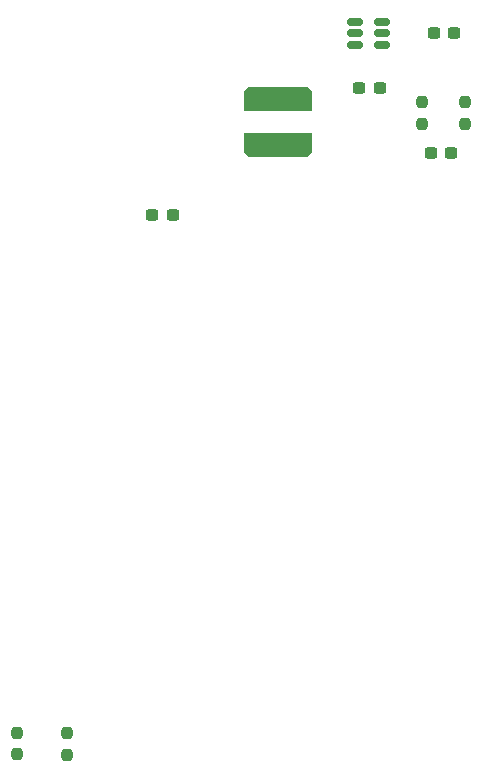
<source format=gbr>
%TF.GenerationSoftware,KiCad,Pcbnew,8.0.6*%
%TF.CreationDate,2025-02-09T15:22:34+01:00*%
%TF.ProjectId,BaseBoard,42617365-426f-4617-9264-2e6b69636164,rev?*%
%TF.SameCoordinates,Original*%
%TF.FileFunction,Paste,Top*%
%TF.FilePolarity,Positive*%
%FSLAX46Y46*%
G04 Gerber Fmt 4.6, Leading zero omitted, Abs format (unit mm)*
G04 Created by KiCad (PCBNEW 8.0.6) date 2025-02-09 15:22:34*
%MOMM*%
%LPD*%
G01*
G04 APERTURE LIST*
G04 Aperture macros list*
%AMRoundRect*
0 Rectangle with rounded corners*
0 $1 Rounding radius*
0 $2 $3 $4 $5 $6 $7 $8 $9 X,Y pos of 4 corners*
0 Add a 4 corners polygon primitive as box body*
4,1,4,$2,$3,$4,$5,$6,$7,$8,$9,$2,$3,0*
0 Add four circle primitives for the rounded corners*
1,1,$1+$1,$2,$3*
1,1,$1+$1,$4,$5*
1,1,$1+$1,$6,$7*
1,1,$1+$1,$8,$9*
0 Add four rect primitives between the rounded corners*
20,1,$1+$1,$2,$3,$4,$5,0*
20,1,$1+$1,$4,$5,$6,$7,0*
20,1,$1+$1,$6,$7,$8,$9,0*
20,1,$1+$1,$8,$9,$2,$3,0*%
%AMOutline5P*
0 Free polygon, 5 corners , with rotation*
0 The origin of the aperture is its center*
0 number of corners: always 5*
0 $1 to $10 corner X, Y*
0 $11 Rotation angle, in degrees counterclockwise*
0 create outline with 5 corners*
4,1,5,$1,$2,$3,$4,$5,$6,$7,$8,$9,$10,$1,$2,$11*%
%AMOutline6P*
0 Free polygon, 6 corners , with rotation*
0 The origin of the aperture is its center*
0 number of corners: always 6*
0 $1 to $12 corner X, Y*
0 $13 Rotation angle, in degrees counterclockwise*
0 create outline with 6 corners*
4,1,6,$1,$2,$3,$4,$5,$6,$7,$8,$9,$10,$11,$12,$1,$2,$13*%
%AMOutline7P*
0 Free polygon, 7 corners , with rotation*
0 The origin of the aperture is its center*
0 number of corners: always 7*
0 $1 to $14 corner X, Y*
0 $15 Rotation angle, in degrees counterclockwise*
0 create outline with 7 corners*
4,1,7,$1,$2,$3,$4,$5,$6,$7,$8,$9,$10,$11,$12,$13,$14,$1,$2,$15*%
%AMOutline8P*
0 Free polygon, 8 corners , with rotation*
0 The origin of the aperture is its center*
0 number of corners: always 8*
0 $1 to $16 corner X, Y*
0 $17 Rotation angle, in degrees counterclockwise*
0 create outline with 8 corners*
4,1,8,$1,$2,$3,$4,$5,$6,$7,$8,$9,$10,$11,$12,$13,$14,$15,$16,$1,$2,$17*%
G04 Aperture macros list end*
%ADD10RoundRect,0.237500X-0.237500X0.250000X-0.237500X-0.250000X0.237500X-0.250000X0.237500X0.250000X0*%
%ADD11RoundRect,0.237500X0.237500X-0.250000X0.237500X0.250000X-0.237500X0.250000X-0.237500X-0.250000X0*%
%ADD12RoundRect,0.150000X-0.512500X-0.150000X0.512500X-0.150000X0.512500X0.150000X-0.512500X0.150000X0*%
%ADD13RoundRect,0.237500X-0.300000X-0.237500X0.300000X-0.237500X0.300000X0.237500X-0.300000X0.237500X0*%
%ADD14RoundRect,0.237500X0.300000X0.237500X-0.300000X0.237500X-0.300000X-0.237500X0.300000X-0.237500X0*%
%ADD15Outline6P,-2.900000X0.630000X-2.480000X1.050000X2.480000X1.050000X2.900000X0.630000X2.900000X-1.050000X-2.900000X-1.050000X0.000000*%
%ADD16Outline6P,-2.900000X0.630000X-2.480000X1.050000X2.480000X1.050000X2.900000X0.630000X2.900000X-1.050000X-2.900000X-1.050000X180.000000*%
G04 APERTURE END LIST*
D10*
%TO.C,R3*%
X132600000Y-121500000D03*
X132600000Y-123325000D03*
%TD*%
D11*
%TO.C,R4*%
X136800000Y-123362500D03*
X136800000Y-121537500D03*
%TD*%
D12*
%TO.C,U2*%
X161212500Y-61337500D03*
X161212500Y-62287500D03*
X161212500Y-63237500D03*
X163487500Y-63237500D03*
X163487500Y-62287500D03*
X163487500Y-61337500D03*
%TD*%
D13*
%TO.C,C2*%
X167887500Y-62300000D03*
X169612500Y-62300000D03*
%TD*%
%TO.C,C3*%
X167637500Y-72400000D03*
X169362500Y-72400000D03*
%TD*%
D14*
%TO.C,C1*%
X163312500Y-66900000D03*
X161587500Y-66900000D03*
%TD*%
%TO.C,C4*%
X145762500Y-77650000D03*
X144037500Y-77650000D03*
%TD*%
D15*
%TO.C,L1*%
X154650000Y-67850000D03*
D16*
X154650000Y-71750000D03*
%TD*%
D10*
%TO.C,R2*%
X170500000Y-68137500D03*
X170500000Y-69962500D03*
%TD*%
D11*
%TO.C,R1*%
X166850000Y-69962500D03*
X166850000Y-68137500D03*
%TD*%
M02*

</source>
